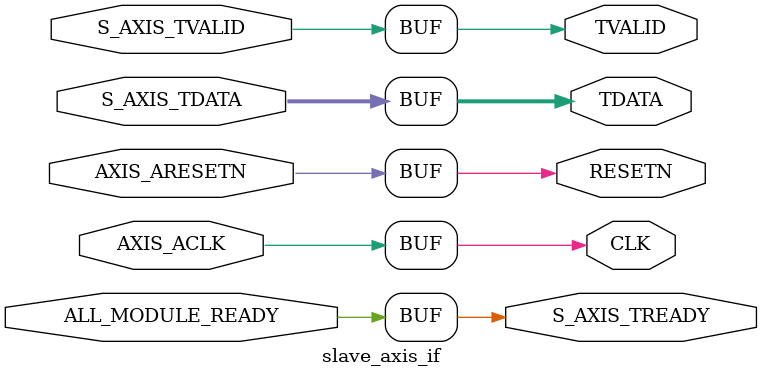
<source format=v>
`timescale 1 ps / 1ps

module slave_axis_if # (
  parameter integer S_AXIS_TDATA_WIDTH = 128
)(
  input wire AXIS_ACLK,
  input wire AXIS_ARESETN,
  input wire [S_AXIS_TDATA_WIDTH-1:0] S_AXIS_TDATA,
  input wire S_AXIS_TVALID,
  output wire S_AXIS_TREADY,

  output wire CLK,
  output wire RESETN,
  output wire [S_AXIS_TDATA_WIDTH-1:0] TDATA,
  output wire TVALID,
  input wire ALL_MODULE_READY
);

// wire s_axis_treadyD;
// reg s_axis_tready;
// wire s_axis_tvalidD;
// reg tvalid;
// wire [S_AXIS_TDATA_WIDTH-1:0] s_axis_tdataD;
// reg [S_AXIS_TDATA_WIDTH-1:0] tdata;

// assign s_axis_treadyD = BUFF_WRITE_READY&TRIMMER_READY;
// assign s_axis_tdataD = S_AXIS_TDATA;
// assign s_axis_tvalidD = S_AXIS_TVALID;

assign CLK = AXIS_ACLK;
assign RESETN = AXIS_ARESETN;
assign TDATA = S_AXIS_TDATA;
assign TVALID = S_AXIS_TVALID;
assign S_AXIS_TREADY = ALL_MODULE_READY;

// Bellow code violated to timing constrains
// always @(posedge CLK ) begin
//   tdata <= s_axis_tdataD;
//   s_axis_tready <= s_axis_treadyD;
//   tvalid <= s_axis_tvalidD;
// end


endmodule
</source>
